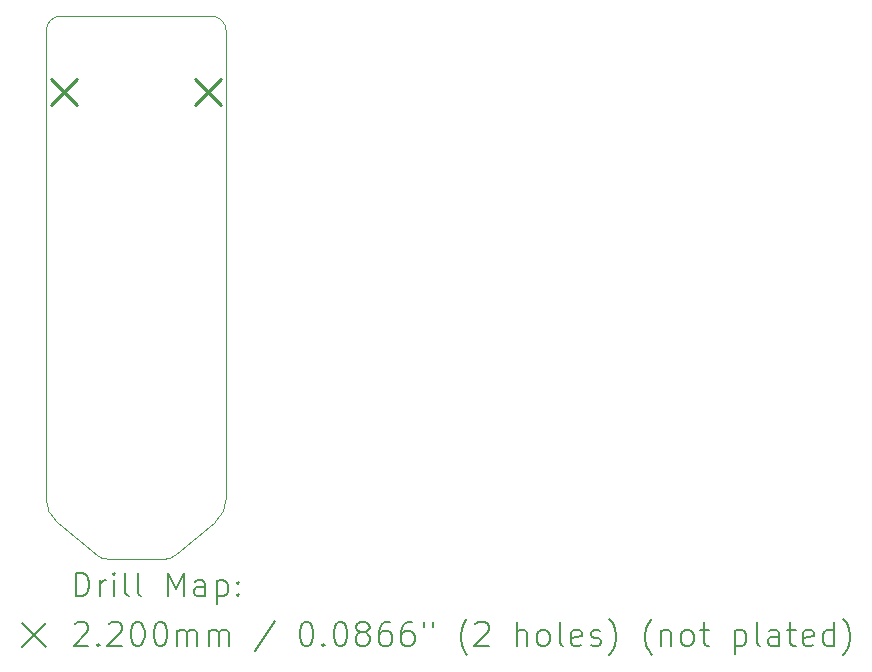
<source format=gbr>
%TF.GenerationSoftware,KiCad,Pcbnew,(6.0.7)*%
%TF.CreationDate,2023-02-19T14:27:59-04:00*%
%TF.ProjectId,Lift Switch,4c696674-2053-4776-9974-63682e6b6963,rev?*%
%TF.SameCoordinates,Original*%
%TF.FileFunction,Drillmap*%
%TF.FilePolarity,Positive*%
%FSLAX45Y45*%
G04 Gerber Fmt 4.5, Leading zero omitted, Abs format (unit mm)*
G04 Created by KiCad (PCBNEW (6.0.7)) date 2023-02-19 14:27:59*
%MOMM*%
%LPD*%
G01*
G04 APERTURE LIST*
%ADD10C,0.100000*%
%ADD11C,0.200000*%
%ADD12C,0.220000*%
G04 APERTURE END LIST*
D10*
X12700000Y-7747000D02*
X12700000Y-11709400D01*
X12827000Y-7620000D02*
G75*
G03*
X12700000Y-7747000I0J-127000D01*
G01*
X14224000Y-7747000D02*
G75*
G03*
X14097000Y-7620000I-127000J0D01*
G01*
X14097000Y-7620000D02*
X12827000Y-7620000D01*
X13212000Y-12217400D02*
X13712000Y-12217400D01*
X12700000Y-11709400D02*
G75*
G03*
X12791162Y-11904335I254600J280D01*
G01*
X13130581Y-12187867D02*
X12791162Y-11904335D01*
X14224000Y-11709400D02*
X14224000Y-7747000D01*
X13712000Y-12217399D02*
G75*
G03*
X13793419Y-12187867I30J126919D01*
G01*
X13130580Y-12187868D02*
G75*
G03*
X13212000Y-12217400I81390J97388D01*
G01*
X14132839Y-11904335D02*
G75*
G03*
X14224000Y-11709400I-163439J195216D01*
G01*
X14132838Y-11904335D02*
X13793419Y-12187867D01*
D11*
D12*
X12742400Y-8157700D02*
X12962400Y-8377700D01*
X12962400Y-8157700D02*
X12742400Y-8377700D01*
X13961600Y-8157700D02*
X14181600Y-8377700D01*
X14181600Y-8157700D02*
X13961600Y-8377700D01*
D11*
X12952619Y-12532876D02*
X12952619Y-12332876D01*
X13000238Y-12332876D01*
X13028809Y-12342400D01*
X13047857Y-12361448D01*
X13057381Y-12380495D01*
X13066905Y-12418590D01*
X13066905Y-12447162D01*
X13057381Y-12485257D01*
X13047857Y-12504305D01*
X13028809Y-12523352D01*
X13000238Y-12532876D01*
X12952619Y-12532876D01*
X13152619Y-12532876D02*
X13152619Y-12399543D01*
X13152619Y-12437638D02*
X13162143Y-12418590D01*
X13171667Y-12409067D01*
X13190714Y-12399543D01*
X13209762Y-12399543D01*
X13276428Y-12532876D02*
X13276428Y-12399543D01*
X13276428Y-12332876D02*
X13266905Y-12342400D01*
X13276428Y-12351924D01*
X13285952Y-12342400D01*
X13276428Y-12332876D01*
X13276428Y-12351924D01*
X13400238Y-12532876D02*
X13381190Y-12523352D01*
X13371667Y-12504305D01*
X13371667Y-12332876D01*
X13505000Y-12532876D02*
X13485952Y-12523352D01*
X13476428Y-12504305D01*
X13476428Y-12332876D01*
X13733571Y-12532876D02*
X13733571Y-12332876D01*
X13800238Y-12475733D01*
X13866905Y-12332876D01*
X13866905Y-12532876D01*
X14047857Y-12532876D02*
X14047857Y-12428114D01*
X14038333Y-12409067D01*
X14019286Y-12399543D01*
X13981190Y-12399543D01*
X13962143Y-12409067D01*
X14047857Y-12523352D02*
X14028809Y-12532876D01*
X13981190Y-12532876D01*
X13962143Y-12523352D01*
X13952619Y-12504305D01*
X13952619Y-12485257D01*
X13962143Y-12466209D01*
X13981190Y-12456686D01*
X14028809Y-12456686D01*
X14047857Y-12447162D01*
X14143095Y-12399543D02*
X14143095Y-12599543D01*
X14143095Y-12409067D02*
X14162143Y-12399543D01*
X14200238Y-12399543D01*
X14219286Y-12409067D01*
X14228809Y-12418590D01*
X14238333Y-12437638D01*
X14238333Y-12494781D01*
X14228809Y-12513828D01*
X14219286Y-12523352D01*
X14200238Y-12532876D01*
X14162143Y-12532876D01*
X14143095Y-12523352D01*
X14324048Y-12513828D02*
X14333571Y-12523352D01*
X14324048Y-12532876D01*
X14314524Y-12523352D01*
X14324048Y-12513828D01*
X14324048Y-12532876D01*
X14324048Y-12409067D02*
X14333571Y-12418590D01*
X14324048Y-12428114D01*
X14314524Y-12418590D01*
X14324048Y-12409067D01*
X14324048Y-12428114D01*
X12495000Y-12762400D02*
X12695000Y-12962400D01*
X12695000Y-12762400D02*
X12495000Y-12962400D01*
X12943095Y-12771924D02*
X12952619Y-12762400D01*
X12971667Y-12752876D01*
X13019286Y-12752876D01*
X13038333Y-12762400D01*
X13047857Y-12771924D01*
X13057381Y-12790971D01*
X13057381Y-12810019D01*
X13047857Y-12838590D01*
X12933571Y-12952876D01*
X13057381Y-12952876D01*
X13143095Y-12933828D02*
X13152619Y-12943352D01*
X13143095Y-12952876D01*
X13133571Y-12943352D01*
X13143095Y-12933828D01*
X13143095Y-12952876D01*
X13228809Y-12771924D02*
X13238333Y-12762400D01*
X13257381Y-12752876D01*
X13305000Y-12752876D01*
X13324048Y-12762400D01*
X13333571Y-12771924D01*
X13343095Y-12790971D01*
X13343095Y-12810019D01*
X13333571Y-12838590D01*
X13219286Y-12952876D01*
X13343095Y-12952876D01*
X13466905Y-12752876D02*
X13485952Y-12752876D01*
X13505000Y-12762400D01*
X13514524Y-12771924D01*
X13524048Y-12790971D01*
X13533571Y-12829067D01*
X13533571Y-12876686D01*
X13524048Y-12914781D01*
X13514524Y-12933828D01*
X13505000Y-12943352D01*
X13485952Y-12952876D01*
X13466905Y-12952876D01*
X13447857Y-12943352D01*
X13438333Y-12933828D01*
X13428809Y-12914781D01*
X13419286Y-12876686D01*
X13419286Y-12829067D01*
X13428809Y-12790971D01*
X13438333Y-12771924D01*
X13447857Y-12762400D01*
X13466905Y-12752876D01*
X13657381Y-12752876D02*
X13676428Y-12752876D01*
X13695476Y-12762400D01*
X13705000Y-12771924D01*
X13714524Y-12790971D01*
X13724048Y-12829067D01*
X13724048Y-12876686D01*
X13714524Y-12914781D01*
X13705000Y-12933828D01*
X13695476Y-12943352D01*
X13676428Y-12952876D01*
X13657381Y-12952876D01*
X13638333Y-12943352D01*
X13628809Y-12933828D01*
X13619286Y-12914781D01*
X13609762Y-12876686D01*
X13609762Y-12829067D01*
X13619286Y-12790971D01*
X13628809Y-12771924D01*
X13638333Y-12762400D01*
X13657381Y-12752876D01*
X13809762Y-12952876D02*
X13809762Y-12819543D01*
X13809762Y-12838590D02*
X13819286Y-12829067D01*
X13838333Y-12819543D01*
X13866905Y-12819543D01*
X13885952Y-12829067D01*
X13895476Y-12848114D01*
X13895476Y-12952876D01*
X13895476Y-12848114D02*
X13905000Y-12829067D01*
X13924048Y-12819543D01*
X13952619Y-12819543D01*
X13971667Y-12829067D01*
X13981190Y-12848114D01*
X13981190Y-12952876D01*
X14076428Y-12952876D02*
X14076428Y-12819543D01*
X14076428Y-12838590D02*
X14085952Y-12829067D01*
X14105000Y-12819543D01*
X14133571Y-12819543D01*
X14152619Y-12829067D01*
X14162143Y-12848114D01*
X14162143Y-12952876D01*
X14162143Y-12848114D02*
X14171667Y-12829067D01*
X14190714Y-12819543D01*
X14219286Y-12819543D01*
X14238333Y-12829067D01*
X14247857Y-12848114D01*
X14247857Y-12952876D01*
X14638333Y-12743352D02*
X14466905Y-13000495D01*
X14895476Y-12752876D02*
X14914524Y-12752876D01*
X14933571Y-12762400D01*
X14943095Y-12771924D01*
X14952619Y-12790971D01*
X14962143Y-12829067D01*
X14962143Y-12876686D01*
X14952619Y-12914781D01*
X14943095Y-12933828D01*
X14933571Y-12943352D01*
X14914524Y-12952876D01*
X14895476Y-12952876D01*
X14876428Y-12943352D01*
X14866905Y-12933828D01*
X14857381Y-12914781D01*
X14847857Y-12876686D01*
X14847857Y-12829067D01*
X14857381Y-12790971D01*
X14866905Y-12771924D01*
X14876428Y-12762400D01*
X14895476Y-12752876D01*
X15047857Y-12933828D02*
X15057381Y-12943352D01*
X15047857Y-12952876D01*
X15038333Y-12943352D01*
X15047857Y-12933828D01*
X15047857Y-12952876D01*
X15181190Y-12752876D02*
X15200238Y-12752876D01*
X15219286Y-12762400D01*
X15228809Y-12771924D01*
X15238333Y-12790971D01*
X15247857Y-12829067D01*
X15247857Y-12876686D01*
X15238333Y-12914781D01*
X15228809Y-12933828D01*
X15219286Y-12943352D01*
X15200238Y-12952876D01*
X15181190Y-12952876D01*
X15162143Y-12943352D01*
X15152619Y-12933828D01*
X15143095Y-12914781D01*
X15133571Y-12876686D01*
X15133571Y-12829067D01*
X15143095Y-12790971D01*
X15152619Y-12771924D01*
X15162143Y-12762400D01*
X15181190Y-12752876D01*
X15362143Y-12838590D02*
X15343095Y-12829067D01*
X15333571Y-12819543D01*
X15324048Y-12800495D01*
X15324048Y-12790971D01*
X15333571Y-12771924D01*
X15343095Y-12762400D01*
X15362143Y-12752876D01*
X15400238Y-12752876D01*
X15419286Y-12762400D01*
X15428809Y-12771924D01*
X15438333Y-12790971D01*
X15438333Y-12800495D01*
X15428809Y-12819543D01*
X15419286Y-12829067D01*
X15400238Y-12838590D01*
X15362143Y-12838590D01*
X15343095Y-12848114D01*
X15333571Y-12857638D01*
X15324048Y-12876686D01*
X15324048Y-12914781D01*
X15333571Y-12933828D01*
X15343095Y-12943352D01*
X15362143Y-12952876D01*
X15400238Y-12952876D01*
X15419286Y-12943352D01*
X15428809Y-12933828D01*
X15438333Y-12914781D01*
X15438333Y-12876686D01*
X15428809Y-12857638D01*
X15419286Y-12848114D01*
X15400238Y-12838590D01*
X15609762Y-12752876D02*
X15571667Y-12752876D01*
X15552619Y-12762400D01*
X15543095Y-12771924D01*
X15524048Y-12800495D01*
X15514524Y-12838590D01*
X15514524Y-12914781D01*
X15524048Y-12933828D01*
X15533571Y-12943352D01*
X15552619Y-12952876D01*
X15590714Y-12952876D01*
X15609762Y-12943352D01*
X15619286Y-12933828D01*
X15628809Y-12914781D01*
X15628809Y-12867162D01*
X15619286Y-12848114D01*
X15609762Y-12838590D01*
X15590714Y-12829067D01*
X15552619Y-12829067D01*
X15533571Y-12838590D01*
X15524048Y-12848114D01*
X15514524Y-12867162D01*
X15800238Y-12752876D02*
X15762143Y-12752876D01*
X15743095Y-12762400D01*
X15733571Y-12771924D01*
X15714524Y-12800495D01*
X15705000Y-12838590D01*
X15705000Y-12914781D01*
X15714524Y-12933828D01*
X15724048Y-12943352D01*
X15743095Y-12952876D01*
X15781190Y-12952876D01*
X15800238Y-12943352D01*
X15809762Y-12933828D01*
X15819286Y-12914781D01*
X15819286Y-12867162D01*
X15809762Y-12848114D01*
X15800238Y-12838590D01*
X15781190Y-12829067D01*
X15743095Y-12829067D01*
X15724048Y-12838590D01*
X15714524Y-12848114D01*
X15705000Y-12867162D01*
X15895476Y-12752876D02*
X15895476Y-12790971D01*
X15971667Y-12752876D02*
X15971667Y-12790971D01*
X16266905Y-13029067D02*
X16257381Y-13019543D01*
X16238333Y-12990971D01*
X16228809Y-12971924D01*
X16219286Y-12943352D01*
X16209762Y-12895733D01*
X16209762Y-12857638D01*
X16219286Y-12810019D01*
X16228809Y-12781448D01*
X16238333Y-12762400D01*
X16257381Y-12733828D01*
X16266905Y-12724305D01*
X16333571Y-12771924D02*
X16343095Y-12762400D01*
X16362143Y-12752876D01*
X16409762Y-12752876D01*
X16428809Y-12762400D01*
X16438333Y-12771924D01*
X16447857Y-12790971D01*
X16447857Y-12810019D01*
X16438333Y-12838590D01*
X16324048Y-12952876D01*
X16447857Y-12952876D01*
X16685952Y-12952876D02*
X16685952Y-12752876D01*
X16771667Y-12952876D02*
X16771667Y-12848114D01*
X16762143Y-12829067D01*
X16743095Y-12819543D01*
X16714524Y-12819543D01*
X16695476Y-12829067D01*
X16685952Y-12838590D01*
X16895476Y-12952876D02*
X16876429Y-12943352D01*
X16866905Y-12933828D01*
X16857381Y-12914781D01*
X16857381Y-12857638D01*
X16866905Y-12838590D01*
X16876429Y-12829067D01*
X16895476Y-12819543D01*
X16924048Y-12819543D01*
X16943095Y-12829067D01*
X16952619Y-12838590D01*
X16962143Y-12857638D01*
X16962143Y-12914781D01*
X16952619Y-12933828D01*
X16943095Y-12943352D01*
X16924048Y-12952876D01*
X16895476Y-12952876D01*
X17076429Y-12952876D02*
X17057381Y-12943352D01*
X17047857Y-12924305D01*
X17047857Y-12752876D01*
X17228810Y-12943352D02*
X17209762Y-12952876D01*
X17171667Y-12952876D01*
X17152619Y-12943352D01*
X17143095Y-12924305D01*
X17143095Y-12848114D01*
X17152619Y-12829067D01*
X17171667Y-12819543D01*
X17209762Y-12819543D01*
X17228810Y-12829067D01*
X17238333Y-12848114D01*
X17238333Y-12867162D01*
X17143095Y-12886209D01*
X17314524Y-12943352D02*
X17333571Y-12952876D01*
X17371667Y-12952876D01*
X17390714Y-12943352D01*
X17400238Y-12924305D01*
X17400238Y-12914781D01*
X17390714Y-12895733D01*
X17371667Y-12886209D01*
X17343095Y-12886209D01*
X17324048Y-12876686D01*
X17314524Y-12857638D01*
X17314524Y-12848114D01*
X17324048Y-12829067D01*
X17343095Y-12819543D01*
X17371667Y-12819543D01*
X17390714Y-12829067D01*
X17466905Y-13029067D02*
X17476429Y-13019543D01*
X17495476Y-12990971D01*
X17505000Y-12971924D01*
X17514524Y-12943352D01*
X17524048Y-12895733D01*
X17524048Y-12857638D01*
X17514524Y-12810019D01*
X17505000Y-12781448D01*
X17495476Y-12762400D01*
X17476429Y-12733828D01*
X17466905Y-12724305D01*
X17828810Y-13029067D02*
X17819286Y-13019543D01*
X17800238Y-12990971D01*
X17790714Y-12971924D01*
X17781190Y-12943352D01*
X17771667Y-12895733D01*
X17771667Y-12857638D01*
X17781190Y-12810019D01*
X17790714Y-12781448D01*
X17800238Y-12762400D01*
X17819286Y-12733828D01*
X17828810Y-12724305D01*
X17905000Y-12819543D02*
X17905000Y-12952876D01*
X17905000Y-12838590D02*
X17914524Y-12829067D01*
X17933571Y-12819543D01*
X17962143Y-12819543D01*
X17981190Y-12829067D01*
X17990714Y-12848114D01*
X17990714Y-12952876D01*
X18114524Y-12952876D02*
X18095476Y-12943352D01*
X18085952Y-12933828D01*
X18076429Y-12914781D01*
X18076429Y-12857638D01*
X18085952Y-12838590D01*
X18095476Y-12829067D01*
X18114524Y-12819543D01*
X18143095Y-12819543D01*
X18162143Y-12829067D01*
X18171667Y-12838590D01*
X18181190Y-12857638D01*
X18181190Y-12914781D01*
X18171667Y-12933828D01*
X18162143Y-12943352D01*
X18143095Y-12952876D01*
X18114524Y-12952876D01*
X18238333Y-12819543D02*
X18314524Y-12819543D01*
X18266905Y-12752876D02*
X18266905Y-12924305D01*
X18276429Y-12943352D01*
X18295476Y-12952876D01*
X18314524Y-12952876D01*
X18533571Y-12819543D02*
X18533571Y-13019543D01*
X18533571Y-12829067D02*
X18552619Y-12819543D01*
X18590714Y-12819543D01*
X18609762Y-12829067D01*
X18619286Y-12838590D01*
X18628810Y-12857638D01*
X18628810Y-12914781D01*
X18619286Y-12933828D01*
X18609762Y-12943352D01*
X18590714Y-12952876D01*
X18552619Y-12952876D01*
X18533571Y-12943352D01*
X18743095Y-12952876D02*
X18724048Y-12943352D01*
X18714524Y-12924305D01*
X18714524Y-12752876D01*
X18905000Y-12952876D02*
X18905000Y-12848114D01*
X18895476Y-12829067D01*
X18876429Y-12819543D01*
X18838333Y-12819543D01*
X18819286Y-12829067D01*
X18905000Y-12943352D02*
X18885952Y-12952876D01*
X18838333Y-12952876D01*
X18819286Y-12943352D01*
X18809762Y-12924305D01*
X18809762Y-12905257D01*
X18819286Y-12886209D01*
X18838333Y-12876686D01*
X18885952Y-12876686D01*
X18905000Y-12867162D01*
X18971667Y-12819543D02*
X19047857Y-12819543D01*
X19000238Y-12752876D02*
X19000238Y-12924305D01*
X19009762Y-12943352D01*
X19028810Y-12952876D01*
X19047857Y-12952876D01*
X19190714Y-12943352D02*
X19171667Y-12952876D01*
X19133571Y-12952876D01*
X19114524Y-12943352D01*
X19105000Y-12924305D01*
X19105000Y-12848114D01*
X19114524Y-12829067D01*
X19133571Y-12819543D01*
X19171667Y-12819543D01*
X19190714Y-12829067D01*
X19200238Y-12848114D01*
X19200238Y-12867162D01*
X19105000Y-12886209D01*
X19371667Y-12952876D02*
X19371667Y-12752876D01*
X19371667Y-12943352D02*
X19352619Y-12952876D01*
X19314524Y-12952876D01*
X19295476Y-12943352D01*
X19285952Y-12933828D01*
X19276429Y-12914781D01*
X19276429Y-12857638D01*
X19285952Y-12838590D01*
X19295476Y-12829067D01*
X19314524Y-12819543D01*
X19352619Y-12819543D01*
X19371667Y-12829067D01*
X19447857Y-13029067D02*
X19457381Y-13019543D01*
X19476429Y-12990971D01*
X19485952Y-12971924D01*
X19495476Y-12943352D01*
X19505000Y-12895733D01*
X19505000Y-12857638D01*
X19495476Y-12810019D01*
X19485952Y-12781448D01*
X19476429Y-12762400D01*
X19457381Y-12733828D01*
X19447857Y-12724305D01*
M02*

</source>
